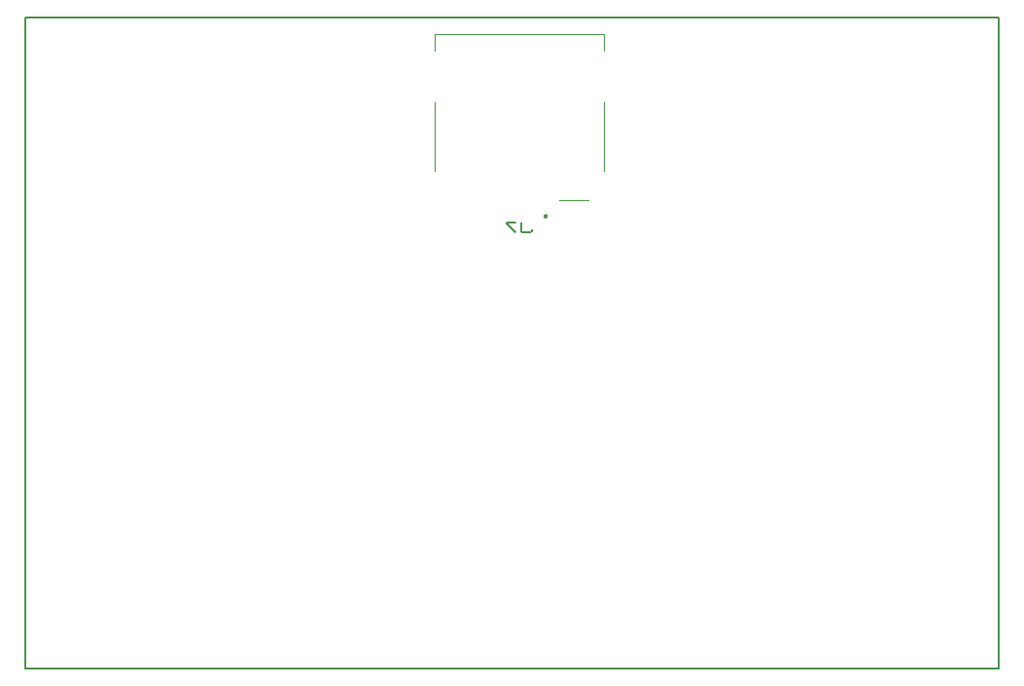
<source format=gbr>
G04 PROTEUS RS274X GERBER FILE*
%FSLAX45Y45*%
%MOMM*%
G01*
%ADD31C,0.203200*%
%ADD39C,0.100000*%
%ADD36C,0.200000*%
D31*
X-9460000Y-140000D02*
X-990000Y-140000D01*
X-990000Y+5530000D01*
X-9460000Y+5530000D01*
X-9460000Y-140000D01*
D39*
X-4810000Y+3942000D02*
X-4560000Y+3942000D01*
X-5895000Y+4192000D02*
X-5895000Y+4792000D01*
X-5895000Y+5242000D02*
X-5895000Y+5392000D01*
X-4425000Y+5392000D01*
X-4425000Y+5242000D01*
X-4425000Y+4192000D02*
X-4425000Y+4792000D01*
D36*
X-4935000Y+3810000D02*
X-4927891Y+3807109D01*
X-4925000Y+3800000D01*
X-4927891Y+3792891D01*
X-4935000Y+3790000D01*
X-4942109Y+3792891D01*
X-4945000Y+3800000D01*
X-4942109Y+3807109D01*
X-4935000Y+3810000D01*
D31*
X-5053000Y+3688560D02*
X-5053000Y+3673320D01*
X-5068875Y+3658080D01*
X-5132375Y+3658080D01*
X-5148250Y+3673320D01*
X-5148250Y+3749520D01*
X-5195875Y+3749520D02*
X-5275250Y+3749520D01*
X-5275250Y+3734280D01*
X-5195875Y+3658080D01*
M02*

</source>
